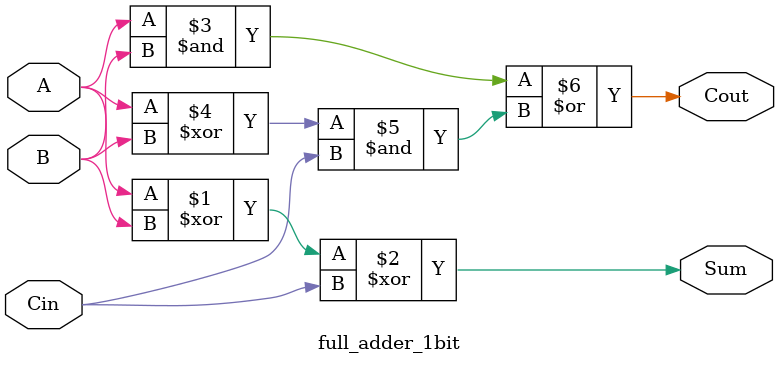
<source format=v>
module full_adder_1bit(A, B, Cin, Sum, Cout);
    input A, B;
	input Cin;
    output Sum;
	output Cout;
	
	//Full Adder implementation
    assign Sum = A ^ B ^ Cin;
    assign Cout = (A & B) | ((A ^ B) & Cin); 
endmodule
</source>
